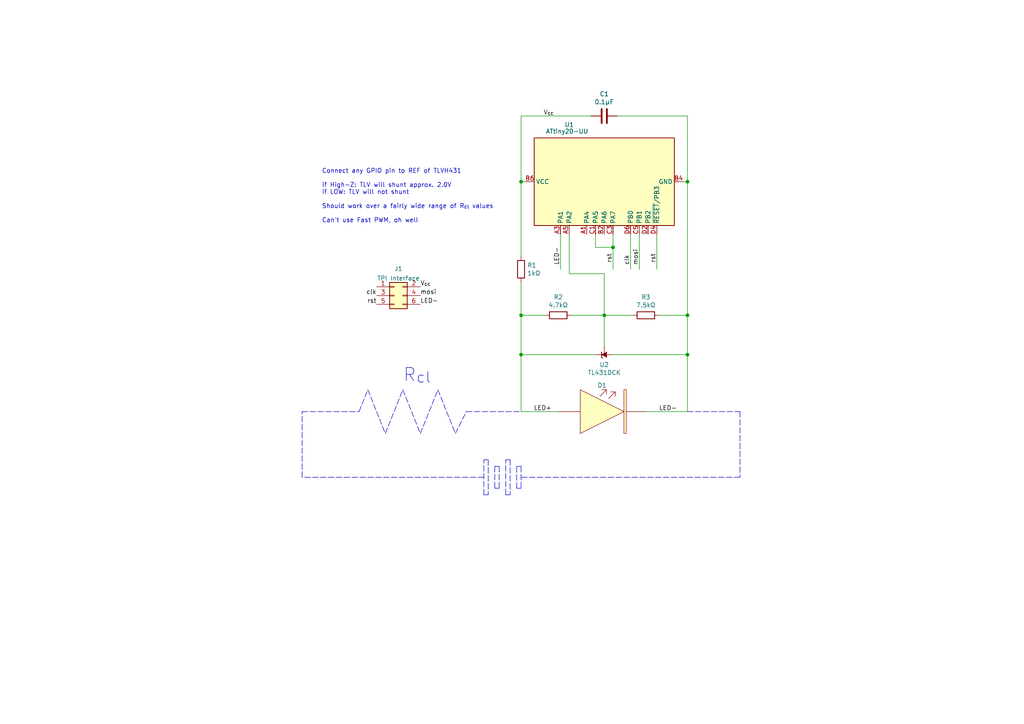
<source format=kicad_sch>
(kicad_sch (version 20211123) (generator eeschema)
  (paper "A4")
  (lib_symbols
    (symbol "Connector_Generic:Conn_02x03_Odd_Even" (pin_names (offset 1.016) hide)
      (property "Reference" "J" (at 1.27 5.08 0))
      (property "Value" "Conn_02x03_Odd_Even" (at 1.27 -5.08 0))
      (symbol "Conn_02x03_Odd_Even_1_1"
        (rectangle (start -1.27 -2.413) (end 0 -2.667) (stroke (width 0.1524)))
        (rectangle (start -1.27 0.127) (end 0 -0.127) (stroke (width 0.1524)))
        (rectangle (start -1.27 2.667) (end 0 2.413) (stroke (width 0.1524)))
        (rectangle (start -1.27 3.81) (end 3.81 -3.81) (stroke (width 0.254)) (fill (type background)))
        (rectangle (start 3.81 -2.413) (end 2.54 -2.667) (stroke (width 0.1524)))
        (rectangle (start 3.81 0.127) (end 2.54 -0.127) (stroke (width 0.1524)))
        (rectangle (start 3.81 2.667) (end 2.54 2.413) (stroke (width 0.1524)))
        (pin passive line (at -5.08 2.54 0) (length 3.81) (name "Pin_1") (number "1"))
        (pin passive line (at 7.62 2.54 180) (length 3.81) (name "Pin_2") (number "2"))
        (pin passive line (at -5.08 0 0) (length 3.81) (name "Pin_3") (number "3"))
        (pin passive line (at 7.62 0 180) (length 3.81) (name "Pin_4") (number "4"))
        (pin passive line (at -5.08 -2.54 0) (length 3.81) (name "Pin_5") (number "5"))
        (pin passive line (at 7.62 -2.54 180) (length 3.81) (name "Pin_6") (number "6"))
      )
    )
    (symbol "Device:C" (pin_numbers hide) (pin_names (offset 0.254))
      (property "Reference" "C" (at 0.635 2.54 0))
      (property "Value" "C" (at 0.635 -2.54 0))
      (symbol "C_0_1"
        (polyline (pts (xy -2.032 -0.762) (xy 2.032 -0.762)) (stroke (width 0.508)))
        (polyline (pts (xy -2.032 0.762) (xy 2.032 0.762)) (stroke (width 0.508)))
      )
      (symbol "C_1_1"
        (pin passive line (at 0 3.81 270) (length 2.794) (name "~") (number "1"))
        (pin passive line (at 0 -3.81 90) (length 2.794) (name "~") (number "2"))
      )
    )
    (symbol "Device:R" (pin_numbers hide) (pin_names (offset 0))
      (property "Reference" "R" (at 2.032 0 90))
      (property "Value" "R" (at 0 0 90))
      (symbol "R_0_1"
        (rectangle (start -1.016 -2.54) (end 1.016 2.54) (stroke (width 0.254)))
      )
      (symbol "R_1_1"
        (pin passive line (at 0 3.81 270) (length 1.27) (name "~") (number "1"))
        (pin passive line (at 0 -3.81 90) (length 1.27) (name "~") (number "2"))
      )
    )
    (symbol "MCU_Microchip_ATtiny:ATtiny20-UU"
      (property "Reference" "U" (at -12.7 21.59 0))
      (property "Value" "MCU_Microchip_ATtiny_ATtiny20-UU" (at 2.54 -21.59 0))
      (symbol "ATtiny20-UU_0_1"
        (rectangle (start -12.7 -20.32) (end 12.7 20.32) (stroke (width 0.254)) (fill (type background)))
      )
      (symbol "ATtiny20-UU_1_1"
        (pin bidirectional line (at 15.24 5.08 180) (length 2.54) (name "PA4") (number "A1"))
        (pin bidirectional line (at 15.24 12.7 180) (length 2.54) (name "PA1") (number "A3"))
        (pin bidirectional line (at 15.24 10.16 180) (length 2.54) (name "PA2") (number "A5"))
        (pin bidirectional line (at 15.24 0 180) (length 2.54) (name "PA6") (number "B2"))
        (pin power_in line (at 0 -22.86 90) (length 2.54) (name "GND") (number "B4"))
        (pin power_in line (at 0 22.86 270) (length 2.54) (name "VCC") (number "B6"))
        (pin bidirectional line (at 15.24 2.54 180) (length 2.54) (name "PA5") (number "C1"))
        (pin bidirectional line (at 15.24 -2.54 180) (length 2.54) (name "PA7") (number "C3"))
        (pin bidirectional line (at 15.24 -10.16 180) (length 2.54) (name "PB1") (number "C5"))
        (pin bidirectional line (at 15.24 -12.7 180) (length 2.54) (name "PB2") (number "D2"))
        (pin bidirectional line (at 15.24 -15.24 180) (length 2.54) (name "~{RESET}/PB3") (number "D4"))
        (pin bidirectional line (at 15.24 -7.62 180) (length 2.54) (name "PB0") (number "D6"))
      )
    )
    (symbol "Reference_Voltage:TL431DCK" (pin_numbers hide) (pin_names hide)
      (property "Reference" "U" (at -2.54 2.54 0))
      (property "Value" "TL431DCK" (at 0 -2.54 0))
      (symbol "TL431DCK_0_1"
        (polyline (pts (xy -1.27 0) (xy 0 0) (xy 1.27 0)))
        (polyline (pts (xy -0.762 0.762) (xy 0.762 0) (xy -0.762 -0.762)) (fill (type outline)))
        (polyline (pts (xy 0.508 -1.016) (xy 0.762 -0.762) (xy 0.762 0.762) (xy 0.762 0.762)) (stroke (width 0.254)))
      )
      (symbol "TL431DCK_1_1"
        (pin passive line (at 2.54 0 180) (length 1.27) (name "K") (number "1"))
        (pin passive line (at 0 2.54 270) (length 2.54) (name "REF") (number "3"))
        (pin passive line (at -2.54 0 0) (length 1.27) (name "A") (number "6"))
      )
    )
    (symbol "custom-flicker-LED:LED_big" (pin_numbers hide) (pin_names hide)
      (property "Reference" "D" (at -1.905 1.27 0))
      (property "Value" "LED_big" (at -1.905 -1.27 0))
      (symbol "LED_big_0_1"
        (polyline (pts (xy -6.35 -6.35) (xy 6.35 0)) (stroke (width 0.1524)))
        (polyline (pts (xy 1.27 6.35) (xy 1.27 5.08)) (stroke (width 0.1524)))
        (polyline (pts (xy 3.81 5.715) (xy 3.81 4.445)) (stroke (width 0.1524)))
        (polyline (pts (xy -0.635 4.445) (xy 1.27 6.35) (xy 0 6.35)) (stroke (width 0.1524)))
        (polyline (pts (xy 1.905 3.81) (xy 3.81 5.715) (xy 2.54 5.715)) (stroke (width 0.1524)))
        (polyline (pts (xy 6.35 0) (xy -6.35 6.35) (xy -6.35 -6.35)) (stroke (width 0.1524)) (fill (type background)))
        (rectangle (start 6.35 6.35) (end 6.985 -6.35) (stroke (width 0.1524)) (fill (type background)))
      )
      (symbol "LED_big_1_1"
        (pin passive line (at 12.7 0 180) (length 5.715) (name "K") (number "1"))
        (pin passive line (at -12.7 0 0) (length 6.35) (name "A") (number "2"))
      )
    )
  )
  (junction (at 199.39 52.705))
  (junction (at 177.8 71.755))
  (junction (at 151.13 102.87))
  (junction (at 151.13 52.705))
  (junction (at 199.39 91.44))
  (junction (at 199.39 102.87))
  (junction (at 175.26 91.44))
  (junction (at 151.13 91.44))
  (polyline (pts (xy 144.78 135.255) (xy 143.51 135.255)))
  (polyline (pts (xy 132.08 125.73) (xy 135.255 119.38)))
  (polyline (pts (xy 214.63 138.43) (xy 151.13 138.43)))
  (polyline (pts (xy 87.63 138.43) (xy 87.63 119.38)))
  (polyline (pts (xy 127 113.03) (xy 132.08 125.73)))
  (polyline (pts (xy 149.86 141.605) (xy 149.86 135.255)))
  (polyline (pts (xy 144.78 135.255) (xy 144.78 141.605)))
  (polyline (pts (xy 141.605 133.35) (xy 140.335 133.35)))
  (polyline (pts (xy 151.13 135.255) (xy 151.13 141.605)))
  (wire (pts (xy 199.39 52.705) (xy 199.39 91.44)))
  (polyline (pts (xy 149.86 135.255) (xy 151.13 135.255)))
  (wire (pts (xy 158.115 91.44) (xy 151.13 91.44)))
  (wire (pts (xy 199.39 119.38) (xy 199.39 102.87)))
  (wire (pts (xy 190.5 67.945) (xy 190.5 78.105)))
  (polyline (pts (xy 199.39 119.38) (xy 214.63 119.38)))
  (wire (pts (xy 165.1 79.375) (xy 175.26 79.375)))
  (wire (pts (xy 199.39 52.705) (xy 198.12 52.705)))
  (polyline (pts (xy 106.68 113.03) (xy 111.76 125.73)))
  (wire (pts (xy 183.515 91.44) (xy 175.26 91.44)))
  (wire (pts (xy 175.26 91.44) (xy 175.26 100.33)))
  (wire (pts (xy 151.13 91.44) (xy 151.13 102.87)))
  (wire (pts (xy 171.45 33.655) (xy 151.13 33.655)))
  (wire (pts (xy 162.56 67.945) (xy 162.56 78.105)))
  (wire (pts (xy 151.13 102.87) (xy 151.13 119.38)))
  (polyline (pts (xy 87.63 119.38) (xy 104.14 119.38)))
  (wire (pts (xy 151.13 33.655) (xy 151.13 52.705)))
  (wire (pts (xy 187.325 119.38) (xy 199.39 119.38)))
  (polyline (pts (xy 141.605 143.51) (xy 140.335 143.51)))
  (polyline (pts (xy 143.51 141.605) (xy 144.78 141.605)))
  (polyline (pts (xy 143.51 135.255) (xy 143.51 141.605)))
  (wire (pts (xy 177.8 102.87) (xy 199.39 102.87)))
  (polyline (pts (xy 151.13 141.605) (xy 149.86 141.605)))
  (polyline (pts (xy 147.955 133.35) (xy 147.955 143.51)))
  (polyline (pts (xy 116.84 113.03) (xy 121.92 125.73)))
  (wire (pts (xy 152.4 52.705) (xy 151.13 52.705)))
  (polyline (pts (xy 104.14 119.38) (xy 106.68 113.03)))
  (wire (pts (xy 175.26 79.375) (xy 175.26 91.44)))
  (polyline (pts (xy 214.63 119.38) (xy 214.63 138.43)))
  (polyline (pts (xy 146.685 133.35) (xy 147.955 133.35)))
  (polyline (pts (xy 140.335 138.43) (xy 87.63 138.43)))
  (wire (pts (xy 151.13 119.38) (xy 161.925 119.38)))
  (wire (pts (xy 151.13 81.915) (xy 151.13 91.44)))
  (polyline (pts (xy 146.685 143.51) (xy 146.685 133.35)))
  (polyline (pts (xy 135.255 119.38) (xy 151.13 119.38)))
  (wire (pts (xy 165.1 67.945) (xy 165.1 79.375)))
  (wire (pts (xy 199.39 91.44) (xy 199.39 102.87)))
  (wire (pts (xy 172.72 71.755) (xy 177.8 71.755)))
  (wire (pts (xy 179.07 33.655) (xy 199.39 33.655)))
  (wire (pts (xy 199.39 91.44) (xy 191.135 91.44)))
  (wire (pts (xy 199.39 33.655) (xy 199.39 52.705)))
  (wire (pts (xy 151.13 52.705) (xy 151.13 74.295)))
  (polyline (pts (xy 121.92 125.73) (xy 127 113.03)))
  (wire (pts (xy 151.13 102.87) (xy 172.72 102.87)))
  (wire (pts (xy 165.735 91.44) (xy 175.26 91.44)))
  (polyline (pts (xy 141.605 133.35) (xy 141.605 143.51)))
  (polyline (pts (xy 140.335 143.51) (xy 140.335 133.35)))
  (polyline (pts (xy 111.76 125.73) (xy 116.84 113.03)))
  (wire (pts (xy 177.8 71.755) (xy 177.8 78.105)))
  (wire (pts (xy 185.42 67.945) (xy 185.42 78.105)))
  (wire (pts (xy 182.88 67.945) (xy 182.88 78.105)))
  (polyline (pts (xy 147.955 143.51) (xy 146.685 143.51)))
  (wire (pts (xy 177.8 67.945) (xy 177.8 71.755)))
  (wire (pts (xy 172.72 67.945) (xy 172.72 71.755)))
  (text "R_{cl}" (at 116.84 111.125 0) (effects (font (size 3.81 3.81)) (justify left bottom)))
  (text "Connect any GPIO pin to REF of TLVH431\n\nif High-Z: TLV will shunt approx. 2.0V\nif LOW: TLV will not shunt\n\nShould work over a fairly wide range of R_{cl} values\n\nCan't use Fast PWM, oh well" (at 93.345 64.77 0) (effects (font (size 1.27 1.27)) (justify left bottom)))
  (label "clk" (at 109.22 85.725 180))
  (label "LED-" (at 162.56 76.835 90))
  (label "V_{cc}" (at 160.655 33.655 180))
  (label "LED-" (at 191.135 119.38 0))
  (label "LED+" (at 160.02 119.38 180))
  (label "rst" (at 190.5 76.2 90))
  (label "mosi" (at 121.92 85.725 0))
  (label "clk" (at 182.88 76.835 90))
  (label "rst" (at 109.22 88.265 180))
  (label "rst" (at 177.8 76.2 90))
  (label "V_{cc}" (at 121.92 83.185 0))
  (label "mosi" (at 185.42 76.835 90))
  (label "LED-" (at 121.92 88.265 0))
  (symbol (lib_id "Reference_Voltage:TL431DCK") (at 175.26 102.87 0) (mirror y) (unit 1)
    (property "Reference" "U2" (at 175.26 105.791 0))
    (property "Value" "TL431DCK" (at 175.26 108.1024 0))
    (property "Footprint" "Package_TO_SOT_SMD:SOT-363_SC-70-6" (effects hide))
    (property "Datasheet" "https://www.ti.com/lit/ds/symlink/tlvh431a.pdf" (effects hide))
  )
  (symbol (lib_id "Device:R") (at 151.13 78.105 0) (unit 1)
    (property "Reference" "R1" (at 152.908 76.9366 0) (effects (justify left)))
    (property "Value" "1kΩ" (at 152.908 79.248 0) (effects (justify left)))
    (property "Footprint" "Resistor_SMD:R_0402_1005Metric" (effects hide))
  )
  (symbol (lib_id "Device:R") (at 187.325 91.44 270) (unit 1)
    (property "Reference" "R3" (at 187.325 86.1822 90))
    (property "Value" "7.5kΩ" (at 187.325 88.4936 90))
    (property "Footprint" "Resistor_SMD:R_0402_1005Metric" (effects hide))
  )
  (symbol (lib_id "MCU_Microchip_ATtiny:ATtiny20-UU") (at 175.26 52.705 90) (mirror x) (unit 1)
    (property "Reference" "U1" (at 165.1 36.195 90))
    (property "Value" "ATtiny20-UU" (at 164.465 38.1 90))
    (property "Footprint" "Package_CSP:WLCSP-12_1.403x1.555mm_P0.4mm_Stagger" (effects hide))
    (property "Datasheet" "http://ww1.microchip.com/downloads/en/DeviceDoc/atmel-8235-8-bit-avr-microcontroller-attiny20_datasheet.pdf" (effects hide))
  )
  (symbol (lib_id "Device:C") (at 175.26 33.655 270) (unit 1)
    (property "Reference" "C1" (at 175.26 27.2542 90))
    (property "Value" "0.1μF" (at 175.26 29.5656 90))
    (property "Footprint" "Capacitor_SMD:C_0402_1005Metric" (effects hide))
  )
  (symbol (lib_id "Device:R") (at 161.925 91.44 270) (unit 1)
    (property "Reference" "R2" (at 161.925 86.1822 90))
    (property "Value" "4.7kΩ" (at 161.925 88.4936 90))
    (property "Footprint" "Resistor_SMD:R_0402_1005Metric" (effects hide))
  )
  (symbol (lib_id "Connector_Generic:Conn_02x03_Odd_Even") (at 114.3 85.725 0) (unit 1)
    (property "Reference" "J1" (at 115.57 77.9485 0))
    (property "Value" "TPI Interface" (at 115.57 80.7236 0))
    (property "Footprint" "Connector_PinHeader_2.54mm:PinHeader_2x03_P2.54mm_Vertical" (effects hide))
  )
  (symbol (lib_id "custom-flicker-LED:LED_big") (at 174.625 119.38 0) (unit 1)
    (property "Reference" "D1" (at 174.625 111.76 0))
    (property "Value" "LED_big" (effects hide))
    (property "Footprint" "LED_THT:LED_D5.0mm_Clear" (effects hide))
  )
)
</source>
